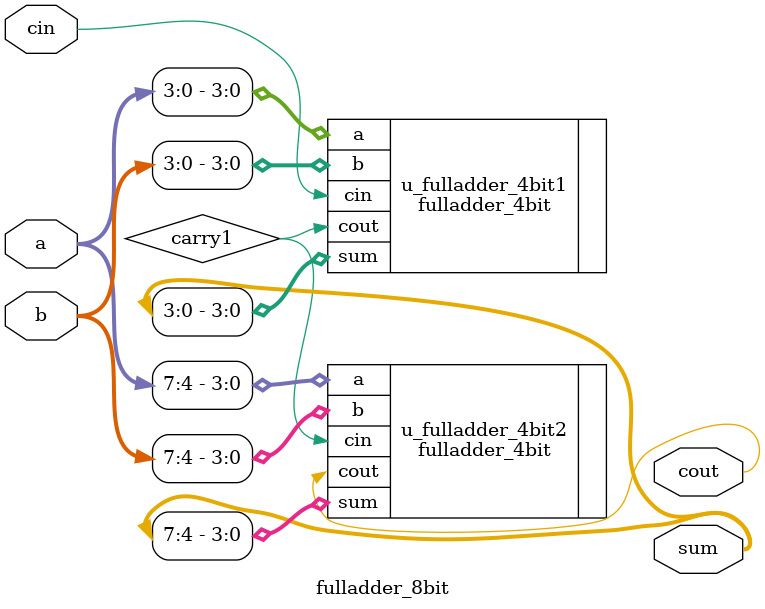
<source format=v>
module fulladder_8bit(
    a,
    b,
    cin,
    sum,
    cout
);

input [7:0] a;
input [7:0] b;
input cin;

output cout;
output [7:0] sum;

wire carry1;

fulladder_4bit u_fulladder_4bit1(
    .a(a[3:0]),
    .b(b[3:0]),
    .cin(cin),
    .sum(sum[3:0]),
    .cout(carry1)
);
fulladder_4bit u_fulladder_4bit2(
    .a(a[7:4]),
    .b(b[7:4]),
    .cin(carry1),
    .sum(sum[7:4]),
    .cout(cout)
);

endmodule
</source>
